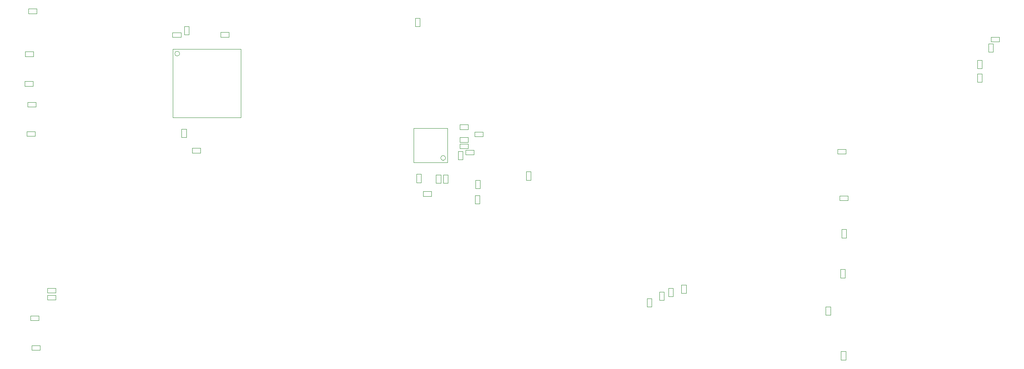
<source format=gbr>
G04 Layer_Color=16711935*
%FSLAX45Y45*%
%MOMM*%
%TF.FileFunction,Mechanical*%
%TF.Part,Single*%
G01*
G75*
%TA.AperFunction,NonConductor*%
%ADD95C,0.10000*%
D95*
X19504781Y20768660D02*
G03*
X19504781Y20768660I-50000J0D01*
G01*
X14045000Y22911200D02*
G03*
X14045000Y22911200I-50000J0D01*
G01*
X21161501Y20491319D02*
X21256500D01*
X21161501Y20316319D02*
X21256500D01*
Y20491319D01*
X21161501Y20316319D02*
Y20491319D01*
X20112480Y19831140D02*
X20207480D01*
X20112480Y20001140D02*
X20207480D01*
X20112480Y19831140D02*
Y20001140D01*
X20207480Y19831140D02*
Y20001140D01*
X20115021Y20141020D02*
X20210020D01*
X20115021Y20311020D02*
X20210020D01*
X20115021Y20141020D02*
Y20311020D01*
X20210020Y20141020D02*
Y20311020D01*
X19216280Y19985480D02*
Y20080479D01*
X19046280Y19985480D02*
Y20080479D01*
Y19985480D02*
X19216280D01*
X19046280Y20080479D02*
X19216280D01*
X23892000Y18017400D02*
X23987000D01*
X23892000Y17847400D02*
X23987000D01*
X23892000D02*
Y18017400D01*
X23987000Y17847400D02*
Y18017400D01*
X24077420Y18093600D02*
X24172420D01*
X24077420Y17923599D02*
X24172420D01*
X24077420D02*
Y18093600D01*
X24172420Y17923599D02*
Y18093600D01*
X24346660Y18162180D02*
X24441660D01*
X24346660Y17992180D02*
X24441660D01*
X24346660D02*
Y18162180D01*
X24441660Y17992180D02*
Y18162180D01*
X19544780Y20678661D02*
Y21378661D01*
X18844780Y20678661D02*
Y21378661D01*
Y20678661D02*
X19544780D01*
X18844780Y21378661D02*
X19544780D01*
X11012260Y16825720D02*
Y16920720D01*
X11182260Y16825720D02*
Y16920720D01*
X11012260D02*
X11182260D01*
X11012260Y16825720D02*
X11182260D01*
X10979240Y17432780D02*
Y17527780D01*
X11149240Y17432780D02*
Y17527780D01*
X10979240D02*
X11149240D01*
X10979240Y17432780D02*
X11149240D01*
X18908521Y20262981D02*
X19003520D01*
X18908521Y20437981D02*
X19003520D01*
X18908521Y20262981D02*
Y20437981D01*
X19003520Y20262981D02*
Y20437981D01*
X18880580Y23643460D02*
X18975580D01*
X18880580Y23468460D02*
X18975580D01*
Y23643460D01*
X18880580Y23468460D02*
Y23643460D01*
X11327260Y17859500D02*
Y17954500D01*
X11502260Y17859500D02*
Y17954500D01*
X11327260D02*
X11502260D01*
X11327260Y17859500D02*
X11502260D01*
X11502260Y18001740D02*
Y18096741D01*
X11327260Y18001740D02*
Y18096741D01*
Y18001740D02*
X11502260D01*
X11327260Y18096741D02*
X11502260D01*
X13895200Y23344380D02*
X14070200D01*
X13895200Y23249380D02*
X14070200D01*
X13895200D02*
Y23344380D01*
X14070200Y23249380D02*
Y23344380D01*
X19793080Y21095461D02*
X19968080D01*
X19793080Y21190460D02*
X19968080D01*
Y21095461D02*
Y21190460D01*
X19793080Y21095461D02*
Y21190460D01*
X10872560Y22855679D02*
X11042560D01*
X10872560Y22950681D02*
X11042560D01*
Y22855679D02*
Y22950681D01*
X10872560Y22855679D02*
Y22950681D01*
X10862400Y22246080D02*
X11032400D01*
X10862400Y22341080D02*
X11032400D01*
Y22246080D02*
Y22341080D01*
X10862400Y22246080D02*
Y22341080D01*
X10923360Y21821899D02*
X11093360D01*
X10923360Y21916901D02*
X11093360D01*
Y21821899D02*
Y21916901D01*
X10923360Y21821899D02*
Y21916901D01*
X10905580Y21219920D02*
X11075580D01*
X10905580Y21314920D02*
X11075580D01*
Y21219920D02*
Y21314920D01*
X10905580Y21219920D02*
Y21314920D01*
X14085060Y21192580D02*
Y21362579D01*
X14180060Y21192580D02*
Y21362579D01*
X14085060Y21192580D02*
X14180060D01*
X14085060Y21362579D02*
X14180060D01*
X30517340Y22325420D02*
Y22495419D01*
X30422339Y22325420D02*
Y22495419D01*
X30517340D01*
X30422339Y22325420D02*
X30517340D01*
Y22607359D02*
Y22777361D01*
X30422339Y22607359D02*
Y22777361D01*
X30517340D01*
X30422339Y22607359D02*
X30517340D01*
X10941140Y23832060D02*
X11111140D01*
X10941140Y23737061D02*
X11111140D01*
X10941140D02*
Y23832060D01*
X11111140Y23737061D02*
Y23832060D01*
X30702341Y23252940D02*
X30872339D01*
X30702341Y23157941D02*
Y23252940D01*
X30872339Y23157941D02*
Y23252940D01*
X30702341Y23157941D02*
X30872339D01*
X30745941Y22942641D02*
Y23112640D01*
X30650940D02*
X30745941D01*
X30650940Y22942641D02*
X30745941D01*
X30650940D02*
Y23112640D01*
X14883260Y23254460D02*
X15058260D01*
X14883260Y23349460D02*
X15058260D01*
Y23254460D02*
Y23349460D01*
X14883260Y23254460D02*
Y23349460D01*
X14301559Y20969479D02*
X14471561D01*
X14301559Y20874480D02*
X14471561D01*
X14301559D02*
Y20969479D01*
X14471561Y20874480D02*
Y20969479D01*
X27550241Y20854160D02*
X27725241D01*
X27550241Y20949159D02*
X27725241D01*
Y20854160D02*
Y20949159D01*
X27550241Y20854160D02*
Y20949159D01*
X27590881Y19894040D02*
X27765881D01*
Y19989040D01*
X27590881D02*
X27765881D01*
X27590881Y19894040D02*
Y19989040D01*
X27733499Y19130141D02*
Y19305141D01*
X27638501Y19130141D02*
Y19305141D01*
X27733499D01*
X27638501Y19130141D02*
X27733499D01*
X27708099Y18307179D02*
Y18482179D01*
X27613101Y18307179D02*
Y18482179D01*
X27708099D01*
X27613101Y18307179D02*
X27708099D01*
X27718259Y16620621D02*
Y16795621D01*
X27623260Y16620621D02*
Y16795621D01*
X27718259D01*
X27623260Y16620621D02*
X27718259D01*
X27405841Y17542641D02*
Y17717641D01*
X27310840Y17542641D02*
Y17717641D01*
X27405841D01*
X27310840Y17542641D02*
X27405841D01*
X14140939Y23298280D02*
Y23473280D01*
X14235941Y23298280D02*
Y23473280D01*
X14140939Y23298280D02*
X14235941D01*
X14140939Y23473280D02*
X14235941D01*
X19457159Y20250281D02*
Y20425281D01*
X19552161Y20250281D02*
Y20425281D01*
X19457159Y20250281D02*
X19552161D01*
X19457159Y20425281D02*
X19552161D01*
X19309840Y20250240D02*
Y20420239D01*
X19404840Y20250240D02*
Y20420239D01*
X19309840Y20250240D02*
X19404840D01*
X19309840Y20420239D02*
X19404840D01*
X19764500Y20735381D02*
Y20905380D01*
X19859500Y20735381D02*
Y20905380D01*
X19764500Y20735381D02*
X19859500D01*
X19764500Y20905380D02*
X19859500D01*
X19795580Y20960840D02*
X19965581D01*
X19795580Y21055840D02*
X19965581D01*
Y20960840D02*
Y21055840D01*
X19795580Y20960840D02*
Y21055840D01*
X19912421Y20931380D02*
X20082420D01*
X19912421Y20836380D02*
X20082420D01*
X19912421D02*
Y20931380D01*
X20082420Y20836380D02*
Y20931380D01*
X20102921Y21207220D02*
X20272920D01*
X20102921Y21302220D02*
X20272920D01*
Y21207220D02*
Y21302220D01*
X20102921Y21207220D02*
Y21302220D01*
X19795580Y21357080D02*
X19965581D01*
X19795580Y21452080D02*
X19965581D01*
Y21357080D02*
Y21452080D01*
X19795580Y21357080D02*
Y21452080D01*
X23638000Y17882780D02*
X23733000D01*
X23638000Y17712781D02*
X23733000D01*
X23638000D02*
Y17882780D01*
X23733000Y17712781D02*
Y17882780D01*
X13905000Y21601199D02*
Y23001199D01*
X15305000Y21601199D02*
Y23001199D01*
X13905000D02*
X15305000D01*
X13905000Y21601199D02*
X15305000D01*
%TF.MD5,fea519d41037ffbea4364a49af84d868*%
M02*

</source>
